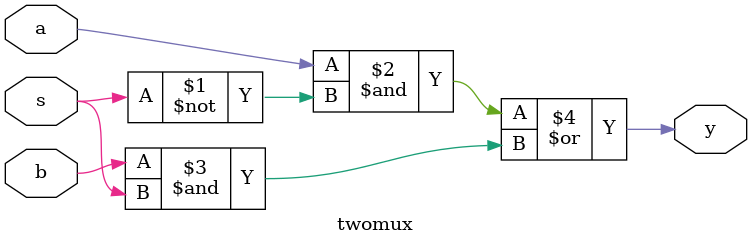
<source format=v>
module twomux(
  input a,b,s,
  output y);
  assign y =(a&~s)|(b&s);
endmodule
</source>
